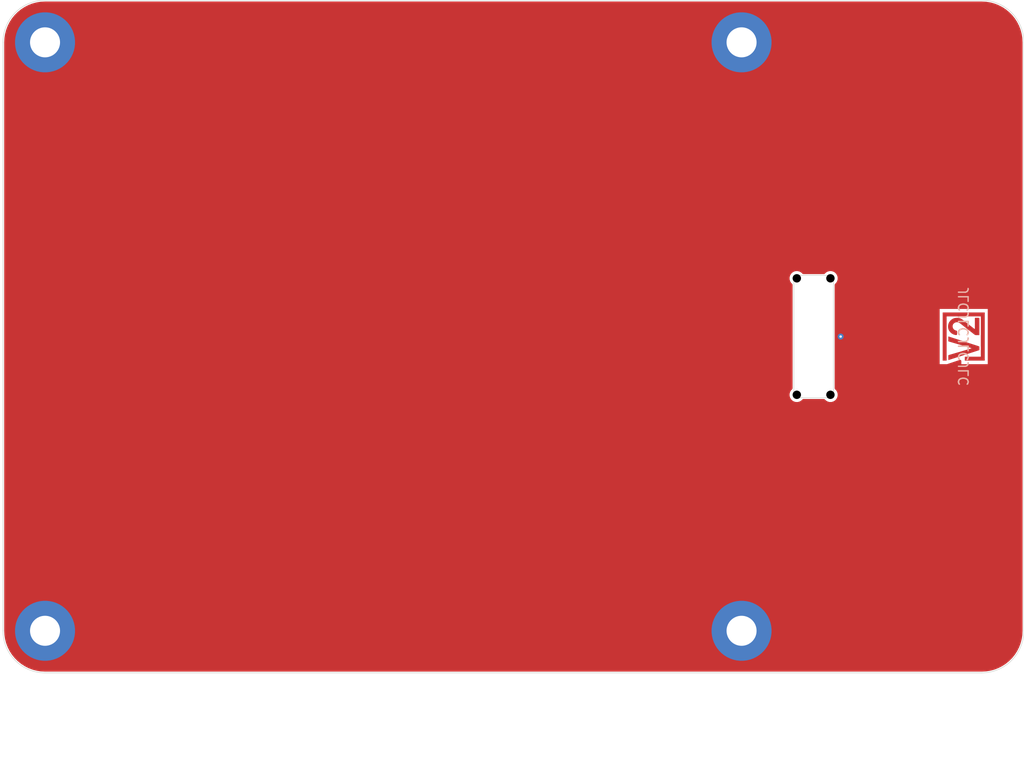
<source format=kicad_pcb>
(kicad_pcb (version 20240108) (generator "pcbnew") (generator_version "8.0")
  (title_block (date "2023-10-11") (rev "1"))
  (layers (0 "F.Cu" signal "Front") (31 "B.Cu" signal "Back") (36 "B.SilkS" user "B.Silkscreen") (37 "F.SilkS" user "F.Silkscreen") (38 "B.Mask" user) (39 "F.Mask" user) (44 "Edge.Cuts" user))
  (property "Order-Number" "JLCJLCJLCJLC")
  (net 0 "")
  (net 1 "GND")
  (footprint "V2_PCB_Devices:PCB_Button-top" (layer "F.Cu") (at 184.5 87)
    (property "Reference" "SWT101" (hide yes))
    (property "Value" "Button-top" (hide yes))
    (fp_line (start -1.65 -5.1) (end 1.65 -5.1) (stroke (width 0.05)) (layer "Edge.Cuts"))
    (fp_line (start -1.65 5.1) (end -1.65 -5.1) (stroke (width 0.05)) (layer "Edge.Cuts"))
    (fp_line (start 1.65 -5.1) (end 1.65 5.1) (stroke (width 0.05)) (layer "Edge.Cuts"))
    (fp_line (start 1.65 5.1) (end -1.65 5.1) (stroke (width 0.05)) (layer "Edge.Cuts"))
    (pad "" np_thru_hole circle (at -1.4 -4.85) (size 0.7 0.7) (drill 0.7) (layers "*.Mask"))
    (pad "" np_thru_hole circle (at -1.4 4.85) (size 0.7 0.7) (drill 0.7) (layers "*.Mask"))
    (pad "" np_thru_hole circle (at 1.4 -4.85) (size 0.7 0.7) (drill 0.7) (layers "*.Mask"))
    (pad "" np_thru_hole circle (at 1.4 4.85) (size 0.7 0.7) (drill 0.7) (layers "*.Mask"))
  )
  (footprint "V2_Mechanical:MountingHole_2.5mm_Pad_5mm" (layer "F.Cu") (at 178.5 111.5)
    (property "Reference" "H101" (hide yes))
    (property "Value" "MountingHole_2.5mm_Pad_5mm" (hide yes))
    (pad "1" thru_hole custom (at 0 0) (size 5 5) (drill 2.5) (layers "*.Cu" "*.Mask") (net 1 "GND") (options (clearance outline) (anchor circle)) (primitives (gr_bbox (start -0.75 -0.75) (end 0.75 0.75) (fill no))))
  )
  (footprint "V2_Artwork:Logo_Small" (layer "F.Cu") (at 197 87 90)
    (property "Reference" "ICON101" (hide yes))
    (property "Value" "V2-logo" (hide yes))
    (fp_poly (pts (xy 2.006758 1.750057) (xy -2.003742 1.750057) (xy -2.003742 0.089057) (xy -1.676242 0.089057) (xy -1.676242 1.422557) (xy 1.679258 1.422557) (xy 1.679258 -1.424943) (xy -2.003742 -1.424943) (xy -2.003742 -1.752443) (xy 2.006758 -1.752443)) (fill solid) (layer "F.Cu"))
    (fp_poly (pts (xy -1.520919 -1.190765) (xy -0.987877 0.632379) (xy -0.96229 0.63477) (xy -0.429473 -1.187605) (xy -0.397658 -1.28383) (xy -0.093581 -1.28383) (xy 0.011405 -1.282303) (xy -0.821464 1.300873) (xy -0.922973 1.304044) (xy -1.126979 1.304044) (xy -1.959811 -1.279026) (xy -1.859182 -1.28383) (xy -1.55515 -1.28383)) (fill solid) (layer "F.Cu"))
    (fp_poly (pts (xy 0.959179 -1.296323) (xy 1.057102 -1.27333) (xy 1.15069 -1.236367) (xy 1.237701 -1.18584) (xy 1.316459 -1.12329) (xy 1.386544 -1.051192) (xy 1.4473 -0.971068) (xy 1.496526 -0.883341) (xy 1.532676 -0.789459) (xy 1.555226 -0.691443) (xy 1.564714 -0.591354) (xy 1.562302 -0.490861) (xy 1.547686 -0.391375) (xy 1.519699 -0.294757) (xy 1.477977 -0.203204) (xy 1.423428 -0.118825) (xy 0.62811 0.902367) (xy 0.666211 0.926016) (xy 1.464718 0.926016) (xy 1.565211 0.930611) (xy 1.565211 1.236646) (xy 1.526846 1.304028) (xy 0.119258 1.304044) (xy 0.119258 0.998218) (xy 0.152529 0.907926) (xy 1.075862 -0.274673) (xy 1.135011 -0.354575) (xy 1.177602 -0.443372) (xy 1.194922 -0.540328) (xy 1.188525 -0.63852) (xy 1.156173 -0.731429) (xy 1.102154 -0.813814) (xy 1.029408 -0.879553) (xy 0.93915 -0.917434) (xy 0.841313 -0.926822) (xy 0.744269 -0.911115) (xy 0.655699 -0.868697) (xy 0.582012 -0.803671) (xy 0.529159 -0.720807) (xy 0.499075 -0.625849) (xy 0.458111 -0.553721) (xy 0.151905 -0.553721) (xy 0.122138 -0.626978) (xy 0.136522 -0.727544) (xy 0.163539 -0.824426) (xy 0.203793 -0.916615) (xy 0.256664 -1.002191) (xy 0.320597 -1.07979) (xy 0.393413 -1.149125) (xy 0.474729 -1.208346) (xy 0.563921 -1.254958) (xy 0.65936 -1.286951) (xy 0.758577 -1.303726) (xy 0.859118 -1.306199)) (fill solid) (layer "F.Cu"))
    (zone (net 0) (net_name "") (layer "F.Cu") (connect_pads (clearance 0)) (min_thickness 0.254)
      (keepout (tracks not_allowed) (vias not_allowed) (pads not_allowed) (copperpour not_allowed) (footprints allowed))
      (fill (thermal_gap 0.508) (thermal_bridge_width 0.508))
      (polygon (pts (xy 199 89.3) (xy 199 84.7) (xy 194.995 84.7) (xy 194.995 89.3) (xy 195.6 89.3) (xy 196.8 88.9) (xy 196.8 89.3)))
    )
  )
  (footprint "V2_Mechanical:MountingHole_2.5mm_Pad_5mm" (layer "F.Cu") (at 120.5 111.5)
    (property "Reference" "H107" (hide yes))
    (property "Value" "MountingHole_2.5mm_Pad_5mm" (hide yes))
    (pad "1" thru_hole custom (at 0 0) (size 5 5) (drill 2.5) (layers "*.Cu" "*.Mask") (net 1 "GND") (options (clearance outline) (anchor circle)) (primitives (gr_bbox (start -0.75 -0.75) (end 0.75 0.75) (fill no))))
  )
  (footprint "V2_RaspberryPi:Hat" (layer "F.Cu") (at 117 115)
    (property "Reference" "H102" (hide yes))
    (property "Value" "Hat" (hide yes))
    (fp_line (start 0 -52.5) (end 0 -3.5) (stroke (width 0.05)) (layer "Edge.Cuts"))
    (fp_line (start 3.5 -56) (end 81.5 -56) (stroke (width 0.05)) (layer "Edge.Cuts"))
    (fp_line (start 3.5 0) (end 81.5 0) (stroke (width 0.05)) (layer "Edge.Cuts"))
    (fp_line (start 85 -52.5) (end 85 -3.5) (stroke (width 0.05)) (layer "Edge.Cuts"))
    (fp_arc (start 0 -52.5) (mid 1.025126 -54.974874) (end 3.5 -56) (stroke (width 0.05)) (layer "Edge.Cuts"))
    (fp_arc (start 3.5 0) (mid 1.025126 -1.025126) (end 0 -3.5) (stroke (width 0.05)) (layer "Edge.Cuts"))
    (fp_arc (start 81.5 -56) (mid 83.974874 -54.974874) (end 85 -52.5) (stroke (width 0.05)) (layer "Edge.Cuts"))
    (fp_arc (start 85 -3.5) (mid 83.974874 -1.025126) (end 81.5 0) (stroke (width 0.05)) (layer "Edge.Cuts"))
  )
  (footprint "V2_Mechanical:MountingHole_2.5mm_Pad_5mm" (layer "F.Cu") (at 178.5 62.5)
    (property "Reference" "H103" (hide yes))
    (property "Value" "MountingHole_2.5mm_Pad_5mm" (hide yes))
    (pad "1" thru_hole custom (at 0 0) (size 5 5) (drill 2.5) (layers "*.Cu" "*.Mask") (net 1 "GND") (options (clearance outline) (anchor circle)) (primitives (gr_bbox (start -0.75 -0.75) (end 0.75 0.75) (fill no))))
  )
  (footprint "V2_Mechanical:MountingHole_2.5mm_Pad_5mm" (layer "F.Cu") (at 120.5 62.5)
    (property "Reference" "H105" (hide yes))
    (property "Value" "MountingHole_2.5mm_Pad_5mm" (hide yes))
    (pad "1" thru_hole custom (at 0 0) (size 5 5) (drill 2.5) (layers "*.Cu" "*.Mask") (net 1 "GND") (options (clearance outline) (anchor circle)) (primitives (gr_bbox (start -0.75 -0.75) (end 0.75 0.75) (fill no))))
  )
  (footprint "V2_Production:Order_Number" (layer "B.Cu") (at 197 87 -90)
    (property "Reference" "INFO101" (hide yes))
    (property "Value" "ORDER-NUMBER" (hide yes))
    (fp_text user "${Order-Number}" (at 0 0 90) (layer "B.SilkS") (effects (font (size 0.8 0.8) (thickness 0.12)) (justify mirror)))
  )
  (via (at 186.75 87) (size 0.5) (drill 0.2) (layers "F.Cu" "B.Cu") (net 1))
  (zone (net 1) (net_name "GND") (layer "F.Cu") (priority 1) (connect_pads yes (clearance 0.2)) (min_thickness 0.2) (fill yes (thermal_gap 0.508) (thermal_bridge_width 0.508))
    (polygon (pts (xy 202 115) (xy 117 115) (xy 117 59) (xy 202 59)))
  )
)
</source>
